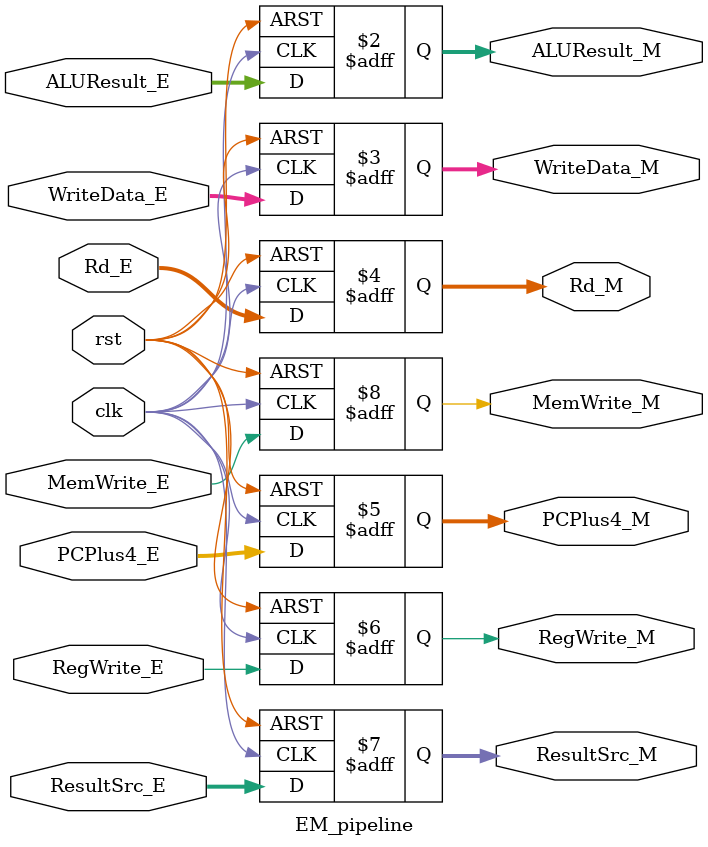
<source format=sv>
module EM_pipeline (
    input  logic        clk,
    input  logic        rst,
    
    // Data from Execute (E)
    input  logic [63:0] ALUResult_E,
    input  logic [63:0] WriteData_E, 
    input  logic [4:0]  Rd_E,
    input  logic [63:0] PCPlus4_E,   
    
    // Control from Execute (E)
    input  logic        RegWrite_E,
    input  logic [1:0]  ResultSrc_E,
    input  logic        MemWrite_E,
    
    // Data to Memory (M)
    output logic [63:0] ALUResult_M,
    output logic [63:0] WriteData_M,
    output logic [4:0]  Rd_M,
    output logic [63:0] PCPlus4_M,
    
    // Control to Memory (M)
    output logic        RegWrite_M,
    output logic [1:0]  ResultSrc_M,
    output logic        MemWrite_M
);

    always_ff @(posedge clk or posedge rst) begin
        if (rst) begin
            ALUResult_M <= 64'b0;
            WriteData_M <= 64'b0;
            Rd_M        <= 5'b0;
            PCPlus4_M   <= 64'b0;
            RegWrite_M  <= 1'b0;
            ResultSrc_M <= 2'b0;
            MemWrite_M  <= 1'b0;
        end else begin
            ALUResult_M <= ALUResult_E;
            WriteData_M <= WriteData_E;
            Rd_M        <= Rd_E;
            PCPlus4_M   <= PCPlus4_E;
            RegWrite_M  <= RegWrite_E;
            ResultSrc_M <= ResultSrc_E;
            MemWrite_M  <= MemWrite_E;
        end
    end

endmodule
</source>
